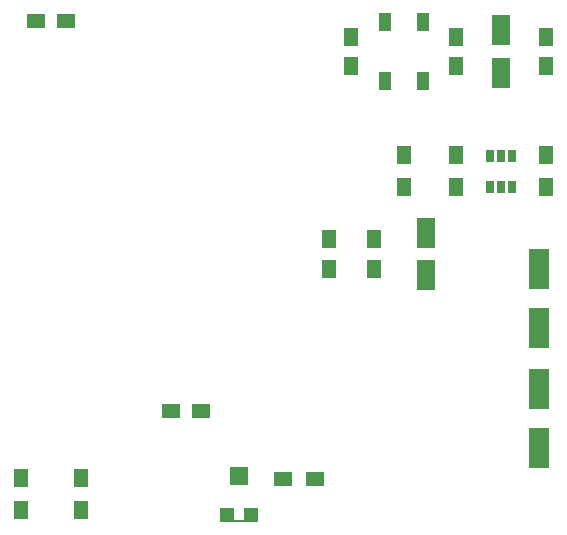
<source format=gtp>
G04 #@! TF.FileFunction,Paste,Top*
%FSLAX46Y46*%
G04 Gerber Fmt 4.6, Leading zero omitted, Abs format (unit mm)*
G04 Created by KiCad (PCBNEW 4.0.7-e2-6376~58~ubuntu16.04.1) date Wed Sep  6 23:34:51 2017*
%MOMM*%
%LPD*%
G01*
G04 APERTURE LIST*
%ADD10C,0.100000*%
%ADD11R,1.600000X2.600000*%
%ADD12R,1.000000X1.600000*%
%ADD13R,1.300000X1.500000*%
%ADD14R,1.500000X1.300000*%
%ADD15R,0.700000X1.000000*%
%ADD16R,1.800860X3.500120*%
%ADD17R,1.500000X1.250000*%
%ADD18R,1.250000X1.500000*%
%ADD19R,1.200000X1.200000*%
%ADD20R,1.600000X1.600000*%
%ADD21R,1.200000X0.200000*%
G04 APERTURE END LIST*
D10*
D11*
X156718000Y-82020000D03*
X156718000Y-85620000D03*
D12*
X146863000Y-86320000D03*
X150063000Y-86320000D03*
X146863000Y-81320000D03*
X150063000Y-81320000D03*
D13*
X121158000Y-119935000D03*
X121158000Y-122635000D03*
X160528000Y-95330000D03*
X160528000Y-92630000D03*
X152908000Y-95330000D03*
X152908000Y-92630000D03*
X148463000Y-95330000D03*
X148463000Y-92630000D03*
X116078000Y-119935000D03*
X116078000Y-122635000D03*
D14*
X138223000Y-120015000D03*
X140923000Y-120015000D03*
D15*
X157668000Y-92680000D03*
X156718000Y-92680000D03*
X155768000Y-92680000D03*
X155768000Y-95280000D03*
X157668000Y-95280000D03*
X156718000Y-95280000D03*
D16*
X159893000Y-107274360D03*
X159893000Y-102275640D03*
X159893000Y-117434360D03*
X159893000Y-112435640D03*
D17*
X117368000Y-81280000D03*
X119868000Y-81280000D03*
D18*
X144018000Y-82570000D03*
X144018000Y-85070000D03*
X160528000Y-82570000D03*
X160528000Y-85070000D03*
X152908000Y-82570000D03*
X152908000Y-85070000D03*
X142113000Y-99715000D03*
X142113000Y-102215000D03*
D17*
X128798000Y-114300000D03*
X131298000Y-114300000D03*
D18*
X145923000Y-99715000D03*
X145923000Y-102215000D03*
D11*
X150368000Y-99165000D03*
X150368000Y-102765000D03*
D19*
X133493000Y-123085000D03*
X135493000Y-123085000D03*
D20*
X134493000Y-119785000D03*
D21*
X133893000Y-123585000D03*
X135093000Y-123585000D03*
M02*

</source>
